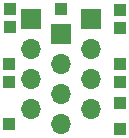
<source format=gbr>
G04 #@! TF.GenerationSoftware,KiCad,Pcbnew,(5.1.5)-3*
G04 #@! TF.CreationDate,2021-09-29T09:40:05-04:00*
G04 #@! TF.ProjectId,Connector,436f6e6e-6563-4746-9f72-2e6b69636164,rev?*
G04 #@! TF.SameCoordinates,Original*
G04 #@! TF.FileFunction,Copper,L2,Bot*
G04 #@! TF.FilePolarity,Positive*
%FSLAX46Y46*%
G04 Gerber Fmt 4.6, Leading zero omitted, Abs format (unit mm)*
G04 Created by KiCad (PCBNEW (5.1.5)-3) date 2021-09-29 09:40:05*
%MOMM*%
%LPD*%
G04 APERTURE LIST*
%ADD10R,1.000000X1.000000*%
%ADD11O,1.700000X1.700000*%
%ADD12R,1.700000X1.700000*%
G04 APERTURE END LIST*
D10*
X132842000Y-82931000D03*
X142113000Y-90932000D03*
X142113000Y-87630000D03*
X142113000Y-84582000D03*
X142113000Y-83058000D03*
X142113000Y-93091000D03*
X142113000Y-89154000D03*
X132715000Y-87630000D03*
X137160000Y-82931000D03*
X132715000Y-92710000D03*
X132715000Y-89154000D03*
X132842000Y-84455000D03*
D11*
X139700000Y-91440000D03*
X139700000Y-88900000D03*
X139700000Y-86360000D03*
D12*
X139700000Y-83820000D03*
D11*
X137160000Y-92710000D03*
X137160000Y-90170000D03*
X137160000Y-87630000D03*
D12*
X137160000Y-85090000D03*
D11*
X134620000Y-91440000D03*
X134620000Y-88900000D03*
X134620000Y-86360000D03*
D12*
X134620000Y-83820000D03*
M02*

</source>
